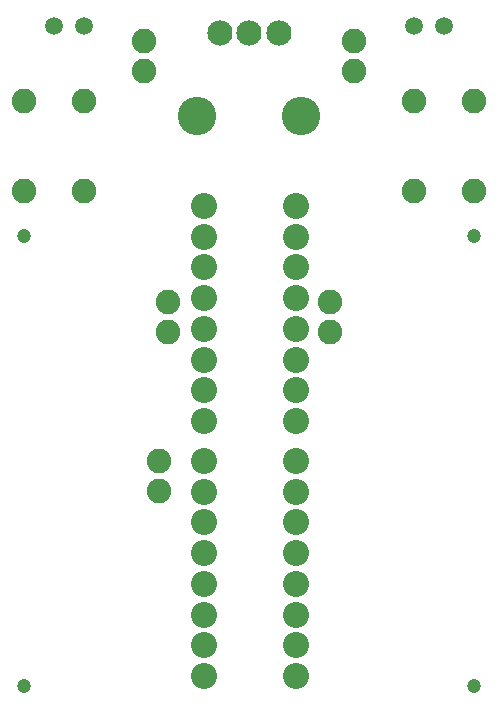
<source format=gbr>
G04 EAGLE Gerber RS-274X export*
G75*
%MOMM*%
%FSLAX34Y34*%
%LPD*%
%INSoldermask Bottom*%
%IPPOS*%
%AMOC8*
5,1,8,0,0,1.08239X$1,22.5*%
G01*
%ADD10C,1.203200*%
%ADD11C,2.082800*%
%ADD12C,1.511200*%
%ADD13C,2.203200*%
%ADD14C,3.251200*%
%ADD15C,2.133600*%


D10*
X76200Y393700D03*
X457200Y393700D03*
X457200Y12700D03*
X76000Y13000D03*
D11*
X355600Y533400D03*
X355600Y558800D03*
X177800Y533400D03*
X177800Y558800D03*
X190500Y177800D03*
X190500Y203200D03*
X335500Y312500D03*
X335500Y337900D03*
X197900Y337900D03*
X197900Y312500D03*
D12*
X127000Y571500D03*
X101600Y571500D03*
X431800Y571500D03*
X406400Y571500D03*
D11*
X406400Y508000D03*
X406400Y431800D03*
X127000Y508000D03*
X127000Y431800D03*
X76200Y508000D03*
X76200Y431800D03*
X457200Y508000D03*
X457200Y431800D03*
D13*
X228600Y419100D03*
X228600Y393100D03*
X228600Y367100D03*
X228600Y341100D03*
X228600Y315100D03*
X228600Y289100D03*
X228600Y263100D03*
X228600Y237100D03*
X306600Y237100D03*
X306600Y263100D03*
X306600Y289100D03*
X306600Y315100D03*
X306600Y341100D03*
X306600Y367100D03*
X306600Y393100D03*
X306600Y419100D03*
D14*
X310700Y495300D03*
D15*
X241700Y565300D03*
X266700Y565300D03*
X291700Y565300D03*
D14*
X222700Y495300D03*
D13*
X228600Y203200D03*
X228600Y177200D03*
X228600Y151200D03*
X228600Y125200D03*
X228600Y99200D03*
X228600Y73200D03*
X228600Y47200D03*
X228600Y21200D03*
X306600Y21200D03*
X306600Y47200D03*
X306600Y73200D03*
X306600Y99200D03*
X306600Y125200D03*
X306600Y151200D03*
X306600Y177200D03*
X306600Y203200D03*
M02*

</source>
